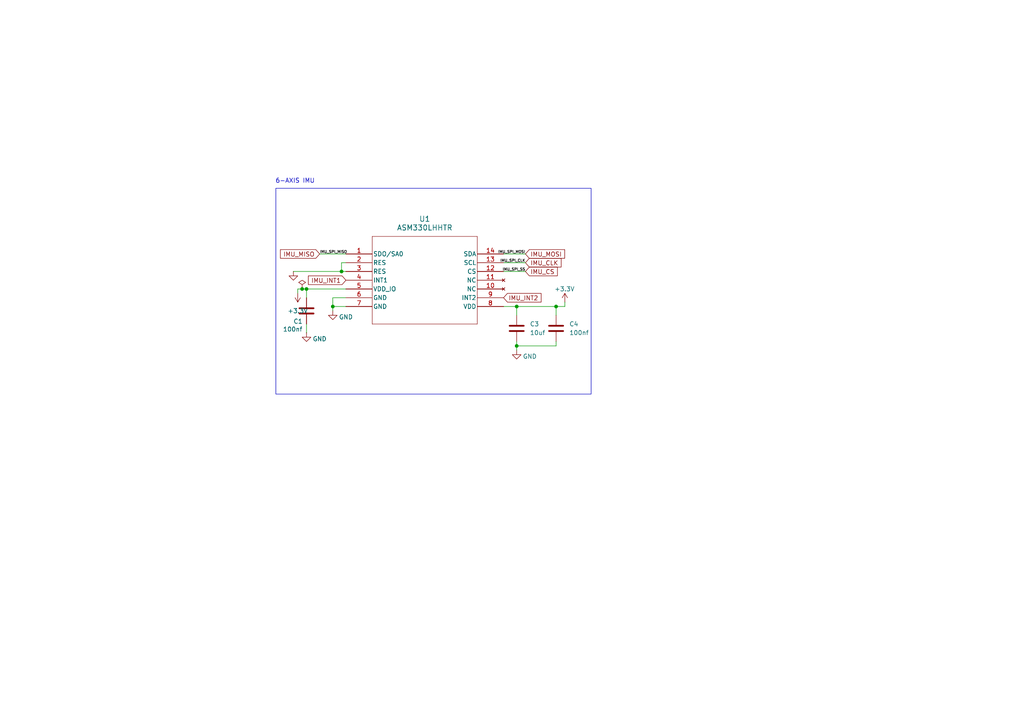
<source format=kicad_sch>
(kicad_sch
	(version 20250114)
	(generator "eeschema")
	(generator_version "9.0")
	(uuid "7d0b713a-a574-4bcf-ac7b-9fd4723a5b7c")
	(paper "A4")
	(lib_symbols
		(symbol "AIMU-SM330LHHTR:ASM330LHHTR"
			(pin_names
				(offset 0.254)
			)
			(exclude_from_sim no)
			(in_bom yes)
			(on_board yes)
			(property "Reference" "U"
				(at 22.86 10.16 0)
				(effects
					(font
						(size 1.524 1.524)
					)
				)
			)
			(property "Value" "ASM330LHHTR"
				(at 22.86 7.62 0)
				(effects
					(font
						(size 1.524 1.524)
					)
				)
			)
			(property "Footprint" "LGA-14L_2P5X3X0P83_STM"
				(at 0 0 0)
				(effects
					(font
						(size 1.27 1.27)
						(italic yes)
					)
					(hide yes)
				)
			)
			(property "Datasheet" "https://www.st.com/resource/en/datasheet/asm330lhh.pdf"
				(at 0 0 0)
				(effects
					(font
						(size 1.27 1.27)
						(italic yes)
					)
					(hide yes)
				)
			)
			(property "Description" ""
				(at 0 0 0)
				(effects
					(font
						(size 1.27 1.27)
					)
					(hide yes)
				)
			)
			(property "ki_locked" ""
				(at 0 0 0)
				(effects
					(font
						(size 1.27 1.27)
					)
				)
			)
			(property "ki_keywords" "ASM330LHHTR"
				(at 0 0 0)
				(effects
					(font
						(size 1.27 1.27)
					)
					(hide yes)
				)
			)
			(property "ki_fp_filters" "LGA-14L_2P5X3X0P83_STM LGA-14L_2P5X3X0P83_STM-M LGA-14L_2P5X3X0P83_STM-L"
				(at 0 0 0)
				(effects
					(font
						(size 1.27 1.27)
					)
					(hide yes)
				)
			)
			(symbol "ASM330LHHTR_0_1"
				(polyline
					(pts
						(xy 7.62 5.08) (xy 7.62 -20.32)
					)
					(stroke
						(width 0.127)
						(type default)
					)
					(fill
						(type none)
					)
				)
				(polyline
					(pts
						(xy 7.62 -20.32) (xy 38.1 -20.32)
					)
					(stroke
						(width 0.127)
						(type default)
					)
					(fill
						(type none)
					)
				)
				(polyline
					(pts
						(xy 38.1 5.08) (xy 7.62 5.08)
					)
					(stroke
						(width 0.127)
						(type default)
					)
					(fill
						(type none)
					)
				)
				(polyline
					(pts
						(xy 38.1 -20.32) (xy 38.1 5.08)
					)
					(stroke
						(width 0.127)
						(type default)
					)
					(fill
						(type none)
					)
				)
				(pin bidirectional line
					(at 0 0 0)
					(length 7.62)
					(name "SDO/SA0"
						(effects
							(font
								(size 1.27 1.27)
							)
						)
					)
					(number "1"
						(effects
							(font
								(size 1.27 1.27)
							)
						)
					)
				)
				(pin unspecified line
					(at 0 -2.54 0)
					(length 7.62)
					(name "RES"
						(effects
							(font
								(size 1.27 1.27)
							)
						)
					)
					(number "2"
						(effects
							(font
								(size 1.27 1.27)
							)
						)
					)
				)
				(pin unspecified line
					(at 0 -5.08 0)
					(length 7.62)
					(name "RES"
						(effects
							(font
								(size 1.27 1.27)
							)
						)
					)
					(number "3"
						(effects
							(font
								(size 1.27 1.27)
							)
						)
					)
				)
				(pin input line
					(at 0 -7.62 0)
					(length 7.62)
					(name "INT1"
						(effects
							(font
								(size 1.27 1.27)
							)
						)
					)
					(number "4"
						(effects
							(font
								(size 1.27 1.27)
							)
						)
					)
				)
				(pin power_in line
					(at 0 -10.16 0)
					(length 7.62)
					(name "VDD_IO"
						(effects
							(font
								(size 1.27 1.27)
							)
						)
					)
					(number "5"
						(effects
							(font
								(size 1.27 1.27)
							)
						)
					)
				)
				(pin power_out line
					(at 0 -12.7 0)
					(length 7.62)
					(name "GND"
						(effects
							(font
								(size 1.27 1.27)
							)
						)
					)
					(number "6"
						(effects
							(font
								(size 1.27 1.27)
							)
						)
					)
				)
				(pin power_out line
					(at 0 -15.24 0)
					(length 7.62)
					(name "GND"
						(effects
							(font
								(size 1.27 1.27)
							)
						)
					)
					(number "7"
						(effects
							(font
								(size 1.27 1.27)
							)
						)
					)
				)
				(pin input line
					(at 45.72 0 180)
					(length 7.62)
					(name "SDA"
						(effects
							(font
								(size 1.27 1.27)
							)
						)
					)
					(number "14"
						(effects
							(font
								(size 1.27 1.27)
							)
						)
					)
				)
				(pin bidirectional line
					(at 45.72 -2.54 180)
					(length 7.62)
					(name "SCL"
						(effects
							(font
								(size 1.27 1.27)
							)
						)
					)
					(number "13"
						(effects
							(font
								(size 1.27 1.27)
							)
						)
					)
				)
				(pin input line
					(at 45.72 -5.08 180)
					(length 7.62)
					(name "CS"
						(effects
							(font
								(size 1.27 1.27)
							)
						)
					)
					(number "12"
						(effects
							(font
								(size 1.27 1.27)
							)
						)
					)
				)
				(pin no_connect line
					(at 45.72 -7.62 180)
					(length 7.62)
					(name "NC"
						(effects
							(font
								(size 1.27 1.27)
							)
						)
					)
					(number "11"
						(effects
							(font
								(size 1.27 1.27)
							)
						)
					)
				)
				(pin no_connect line
					(at 45.72 -10.16 180)
					(length 7.62)
					(name "NC"
						(effects
							(font
								(size 1.27 1.27)
							)
						)
					)
					(number "10"
						(effects
							(font
								(size 1.27 1.27)
							)
						)
					)
				)
				(pin input line
					(at 45.72 -12.7 180)
					(length 7.62)
					(name "INT2"
						(effects
							(font
								(size 1.27 1.27)
							)
						)
					)
					(number "9"
						(effects
							(font
								(size 1.27 1.27)
							)
						)
					)
				)
				(pin power_in line
					(at 45.72 -15.24 180)
					(length 7.62)
					(name "VDD"
						(effects
							(font
								(size 1.27 1.27)
							)
						)
					)
					(number "8"
						(effects
							(font
								(size 1.27 1.27)
							)
						)
					)
				)
			)
			(embedded_fonts no)
		)
		(symbol "Device:C"
			(pin_numbers
				(hide yes)
			)
			(pin_names
				(offset 0.254)
			)
			(exclude_from_sim no)
			(in_bom yes)
			(on_board yes)
			(property "Reference" "C"
				(at 0.635 2.54 0)
				(effects
					(font
						(size 1.27 1.27)
					)
					(justify left)
				)
			)
			(property "Value" "C"
				(at 0.635 -2.54 0)
				(effects
					(font
						(size 1.27 1.27)
					)
					(justify left)
				)
			)
			(property "Footprint" ""
				(at 0.9652 -3.81 0)
				(effects
					(font
						(size 1.27 1.27)
					)
					(hide yes)
				)
			)
			(property "Datasheet" "~"
				(at 0 0 0)
				(effects
					(font
						(size 1.27 1.27)
					)
					(hide yes)
				)
			)
			(property "Description" "Unpolarized capacitor"
				(at 0 0 0)
				(effects
					(font
						(size 1.27 1.27)
					)
					(hide yes)
				)
			)
			(property "ki_keywords" "cap capacitor"
				(at 0 0 0)
				(effects
					(font
						(size 1.27 1.27)
					)
					(hide yes)
				)
			)
			(property "ki_fp_filters" "C_*"
				(at 0 0 0)
				(effects
					(font
						(size 1.27 1.27)
					)
					(hide yes)
				)
			)
			(symbol "C_0_1"
				(polyline
					(pts
						(xy -2.032 0.762) (xy 2.032 0.762)
					)
					(stroke
						(width 0.508)
						(type default)
					)
					(fill
						(type none)
					)
				)
				(polyline
					(pts
						(xy -2.032 -0.762) (xy 2.032 -0.762)
					)
					(stroke
						(width 0.508)
						(type default)
					)
					(fill
						(type none)
					)
				)
			)
			(symbol "C_1_1"
				(pin passive line
					(at 0 3.81 270)
					(length 2.794)
					(name "~"
						(effects
							(font
								(size 1.27 1.27)
							)
						)
					)
					(number "1"
						(effects
							(font
								(size 1.27 1.27)
							)
						)
					)
				)
				(pin passive line
					(at 0 -3.81 90)
					(length 2.794)
					(name "~"
						(effects
							(font
								(size 1.27 1.27)
							)
						)
					)
					(number "2"
						(effects
							(font
								(size 1.27 1.27)
							)
						)
					)
				)
			)
			(embedded_fonts no)
		)
		(symbol "power:+3.3V"
			(power)
			(pin_numbers
				(hide yes)
			)
			(pin_names
				(offset 0)
				(hide yes)
			)
			(exclude_from_sim no)
			(in_bom yes)
			(on_board yes)
			(property "Reference" "#PWR"
				(at 0 -3.81 0)
				(effects
					(font
						(size 1.27 1.27)
					)
					(hide yes)
				)
			)
			(property "Value" "+3.3V"
				(at 0 3.556 0)
				(effects
					(font
						(size 1.27 1.27)
					)
				)
			)
			(property "Footprint" ""
				(at 0 0 0)
				(effects
					(font
						(size 1.27 1.27)
					)
					(hide yes)
				)
			)
			(property "Datasheet" ""
				(at 0 0 0)
				(effects
					(font
						(size 1.27 1.27)
					)
					(hide yes)
				)
			)
			(property "Description" "Power symbol creates a global label with name \"+3.3V\""
				(at 0 0 0)
				(effects
					(font
						(size 1.27 1.27)
					)
					(hide yes)
				)
			)
			(property "ki_keywords" "global power"
				(at 0 0 0)
				(effects
					(font
						(size 1.27 1.27)
					)
					(hide yes)
				)
			)
			(symbol "+3.3V_0_1"
				(polyline
					(pts
						(xy -0.762 1.27) (xy 0 2.54)
					)
					(stroke
						(width 0)
						(type default)
					)
					(fill
						(type none)
					)
				)
				(polyline
					(pts
						(xy 0 2.54) (xy 0.762 1.27)
					)
					(stroke
						(width 0)
						(type default)
					)
					(fill
						(type none)
					)
				)
				(polyline
					(pts
						(xy 0 0) (xy 0 2.54)
					)
					(stroke
						(width 0)
						(type default)
					)
					(fill
						(type none)
					)
				)
			)
			(symbol "+3.3V_1_1"
				(pin power_in line
					(at 0 0 90)
					(length 0)
					(name "~"
						(effects
							(font
								(size 1.27 1.27)
							)
						)
					)
					(number "1"
						(effects
							(font
								(size 1.27 1.27)
							)
						)
					)
				)
			)
			(embedded_fonts no)
		)
		(symbol "power:GND"
			(power)
			(pin_numbers
				(hide yes)
			)
			(pin_names
				(offset 0)
				(hide yes)
			)
			(exclude_from_sim no)
			(in_bom yes)
			(on_board yes)
			(property "Reference" "#PWR"
				(at 0 -6.35 0)
				(effects
					(font
						(size 1.27 1.27)
					)
					(hide yes)
				)
			)
			(property "Value" "GND"
				(at 0 -3.81 0)
				(effects
					(font
						(size 1.27 1.27)
					)
				)
			)
			(property "Footprint" ""
				(at 0 0 0)
				(effects
					(font
						(size 1.27 1.27)
					)
					(hide yes)
				)
			)
			(property "Datasheet" ""
				(at 0 0 0)
				(effects
					(font
						(size 1.27 1.27)
					)
					(hide yes)
				)
			)
			(property "Description" "Power symbol creates a global label with name \"GND\" , ground"
				(at 0 0 0)
				(effects
					(font
						(size 1.27 1.27)
					)
					(hide yes)
				)
			)
			(property "ki_keywords" "global power"
				(at 0 0 0)
				(effects
					(font
						(size 1.27 1.27)
					)
					(hide yes)
				)
			)
			(symbol "GND_0_1"
				(polyline
					(pts
						(xy 0 0) (xy 0 -1.27) (xy 1.27 -1.27) (xy 0 -2.54) (xy -1.27 -1.27) (xy 0 -1.27)
					)
					(stroke
						(width 0)
						(type default)
					)
					(fill
						(type none)
					)
				)
			)
			(symbol "GND_1_1"
				(pin power_in line
					(at 0 0 270)
					(length 0)
					(name "~"
						(effects
							(font
								(size 1.27 1.27)
							)
						)
					)
					(number "1"
						(effects
							(font
								(size 1.27 1.27)
							)
						)
					)
				)
			)
			(embedded_fonts no)
		)
		(symbol "power:PWR_FLAG"
			(power)
			(pin_numbers
				(hide yes)
			)
			(pin_names
				(offset 0)
				(hide yes)
			)
			(exclude_from_sim no)
			(in_bom yes)
			(on_board yes)
			(property "Reference" "#FLG"
				(at 0 1.905 0)
				(effects
					(font
						(size 1.27 1.27)
					)
					(hide yes)
				)
			)
			(property "Value" "PWR_FLAG"
				(at 0 3.81 0)
				(effects
					(font
						(size 1.27 1.27)
					)
				)
			)
			(property "Footprint" ""
				(at 0 0 0)
				(effects
					(font
						(size 1.27 1.27)
					)
					(hide yes)
				)
			)
			(property "Datasheet" "~"
				(at 0 0 0)
				(effects
					(font
						(size 1.27 1.27)
					)
					(hide yes)
				)
			)
			(property "Description" "Special symbol for telling ERC where power comes from"
				(at 0 0 0)
				(effects
					(font
						(size 1.27 1.27)
					)
					(hide yes)
				)
			)
			(property "ki_keywords" "flag power"
				(at 0 0 0)
				(effects
					(font
						(size 1.27 1.27)
					)
					(hide yes)
				)
			)
			(symbol "PWR_FLAG_0_0"
				(pin power_out line
					(at 0 0 90)
					(length 0)
					(name "~"
						(effects
							(font
								(size 1.27 1.27)
							)
						)
					)
					(number "1"
						(effects
							(font
								(size 1.27 1.27)
							)
						)
					)
				)
			)
			(symbol "PWR_FLAG_0_1"
				(polyline
					(pts
						(xy 0 0) (xy 0 1.27) (xy -1.016 1.905) (xy 0 2.54) (xy 1.016 1.905) (xy 0 1.27)
					)
					(stroke
						(width 0)
						(type default)
					)
					(fill
						(type none)
					)
				)
			)
			(embedded_fonts no)
		)
	)
	(rectangle
		(start 80.01 54.61)
		(end 171.45 114.3)
		(stroke
			(width 0)
			(type default)
		)
		(fill
			(type none)
		)
		(uuid c26938f5-3c2b-4c25-9dc3-4f38ca16f15b)
	)
	(text "6-AXIS IMU"
		(exclude_from_sim no)
		(at 85.598 52.578 0)
		(effects
			(font
				(size 1.27 1.27)
			)
		)
		(uuid "8c84e823-28bf-4245-8beb-2898bea96b9c")
	)
	(junction
		(at 161.29 88.9)
		(diameter 0)
		(color 0 0 0 0)
		(uuid "338a9396-95e5-4580-bbfa-eeedb1afbb2c")
	)
	(junction
		(at 149.86 100.33)
		(diameter 0)
		(color 0 0 0 0)
		(uuid "46444c57-7de2-4643-86e1-0ca569a2436a")
	)
	(junction
		(at 96.52 88.9)
		(diameter 0)
		(color 0 0 0 0)
		(uuid "4aa25db9-4f4a-4ab7-8d13-8b2376362ffc")
	)
	(junction
		(at 88.9 83.82)
		(diameter 0)
		(color 0 0 0 0)
		(uuid "4bd387d4-f0e3-4c11-b28e-5239f315716b")
	)
	(junction
		(at 87.63 83.82)
		(diameter 0)
		(color 0 0 0 0)
		(uuid "6553a96f-4709-4ee6-928e-a62992f2ef44")
	)
	(junction
		(at 149.86 88.9)
		(diameter 0)
		(color 0 0 0 0)
		(uuid "b25d0aa7-202e-43f0-b208-009a1340e667")
	)
	(junction
		(at 99.06 78.74)
		(diameter 0)
		(color 0 0 0 0)
		(uuid "f08ef9fd-6fcd-4871-b5ad-55d571863d5f")
	)
	(wire
		(pts
			(xy 163.83 88.9) (xy 163.83 87.63)
		)
		(stroke
			(width 0)
			(type default)
		)
		(uuid "1e2eaa8c-d870-4b68-892b-ef271d7e6a6c")
	)
	(wire
		(pts
			(xy 92.71 73.66) (xy 100.33 73.66)
		)
		(stroke
			(width 0)
			(type default)
		)
		(uuid "26cb6b64-940f-49f7-8e87-8d6f03a7b062")
	)
	(wire
		(pts
			(xy 146.05 88.9) (xy 149.86 88.9)
		)
		(stroke
			(width 0)
			(type default)
		)
		(uuid "27ee451e-0b53-4807-91a1-444dc26c183c")
	)
	(wire
		(pts
			(xy 86.36 85.09) (xy 86.36 83.82)
		)
		(stroke
			(width 0)
			(type default)
		)
		(uuid "282df61d-13ec-4acb-998a-c00762a9fe8e")
	)
	(wire
		(pts
			(xy 161.29 100.33) (xy 149.86 100.33)
		)
		(stroke
			(width 0)
			(type default)
		)
		(uuid "2b1ed463-dbc6-40b3-b4d9-917f169d2372")
	)
	(wire
		(pts
			(xy 88.9 83.82) (xy 87.63 83.82)
		)
		(stroke
			(width 0)
			(type default)
		)
		(uuid "345bfbf7-7771-4583-9736-f7e0f928bec4")
	)
	(wire
		(pts
			(xy 149.86 100.33) (xy 149.86 101.6)
		)
		(stroke
			(width 0)
			(type default)
		)
		(uuid "35059aa5-5d0e-4d0e-97a5-f53ebfbe9f6f")
	)
	(wire
		(pts
			(xy 149.86 99.06) (xy 149.86 100.33)
		)
		(stroke
			(width 0)
			(type default)
		)
		(uuid "42e47e4e-0aec-400d-aed9-57517c0961b6")
	)
	(wire
		(pts
			(xy 149.86 88.9) (xy 161.29 88.9)
		)
		(stroke
			(width 0)
			(type default)
		)
		(uuid "48ab65e1-f986-48eb-8010-99a09678d949")
	)
	(wire
		(pts
			(xy 100.33 86.36) (xy 96.52 86.36)
		)
		(stroke
			(width 0)
			(type default)
		)
		(uuid "48bd0d4d-bdda-4f10-9ef7-2a43d4821914")
	)
	(wire
		(pts
			(xy 99.06 76.2) (xy 99.06 78.74)
		)
		(stroke
			(width 0)
			(type default)
		)
		(uuid "534a9429-ed25-4492-bfa0-b9cd5cc21433")
	)
	(wire
		(pts
			(xy 87.63 83.82) (xy 86.36 83.82)
		)
		(stroke
			(width 0)
			(type default)
		)
		(uuid "54f8f09b-2bca-484c-a00b-40b76b9c136c")
	)
	(wire
		(pts
			(xy 85.09 78.74) (xy 99.06 78.74)
		)
		(stroke
			(width 0)
			(type default)
		)
		(uuid "65fd1563-6440-42cf-94ea-30521b9e85e1")
	)
	(wire
		(pts
			(xy 152.4 78.74) (xy 146.05 78.74)
		)
		(stroke
			(width 0)
			(type default)
		)
		(uuid "715616ad-996b-4b12-b866-4ba1f674faea")
	)
	(wire
		(pts
			(xy 88.9 93.98) (xy 88.9 96.52)
		)
		(stroke
			(width 0)
			(type default)
		)
		(uuid "90efdfaa-2971-4b40-a40f-7b185a02859b")
	)
	(wire
		(pts
			(xy 88.9 83.82) (xy 88.9 86.36)
		)
		(stroke
			(width 0)
			(type default)
		)
		(uuid "93dd267d-4f4d-4266-b32b-ac5296a57a08")
	)
	(wire
		(pts
			(xy 100.33 76.2) (xy 99.06 76.2)
		)
		(stroke
			(width 0)
			(type default)
		)
		(uuid "9c6d34b9-3bdd-42e5-b498-86bb3f2af968")
	)
	(wire
		(pts
			(xy 146.05 73.66) (xy 152.4 73.66)
		)
		(stroke
			(width 0)
			(type default)
		)
		(uuid "ab9db34d-380a-4ac1-907c-7efdbf18e629")
	)
	(wire
		(pts
			(xy 96.52 86.36) (xy 96.52 88.9)
		)
		(stroke
			(width 0)
			(type default)
		)
		(uuid "ac1e305a-1556-4dfd-ba4b-4c5d9d7541f2")
	)
	(wire
		(pts
			(xy 146.05 76.2) (xy 152.4 76.2)
		)
		(stroke
			(width 0)
			(type default)
		)
		(uuid "b6565471-b3f6-45a5-99e4-7bada271f763")
	)
	(wire
		(pts
			(xy 96.52 88.9) (xy 96.52 90.17)
		)
		(stroke
			(width 0)
			(type default)
		)
		(uuid "b6e93a99-84ec-4f9f-b332-8ed0ebd62b99")
	)
	(wire
		(pts
			(xy 149.86 88.9) (xy 149.86 91.44)
		)
		(stroke
			(width 0)
			(type default)
		)
		(uuid "bfc10dbe-d5e6-4105-ac67-03db00e54d4b")
	)
	(wire
		(pts
			(xy 96.52 88.9) (xy 100.33 88.9)
		)
		(stroke
			(width 0)
			(type default)
		)
		(uuid "c38979c5-11cb-453c-b441-37f2ade02b44")
	)
	(wire
		(pts
			(xy 100.33 83.82) (xy 88.9 83.82)
		)
		(stroke
			(width 0)
			(type default)
		)
		(uuid "c5fc8f7e-1baa-471c-a354-6c81e3bc03c6")
	)
	(wire
		(pts
			(xy 161.29 88.9) (xy 163.83 88.9)
		)
		(stroke
			(width 0)
			(type default)
		)
		(uuid "c7ab0cd5-3e39-4ef3-b5ea-3c6f83bf0aea")
	)
	(wire
		(pts
			(xy 161.29 99.06) (xy 161.29 100.33)
		)
		(stroke
			(width 0)
			(type default)
		)
		(uuid "e7fec16f-43dd-4c7d-b47a-e4e1732aabcc")
	)
	(wire
		(pts
			(xy 161.29 91.44) (xy 161.29 88.9)
		)
		(stroke
			(width 0)
			(type default)
		)
		(uuid "eca9190a-f845-4679-8920-e603e91977b4")
	)
	(wire
		(pts
			(xy 99.06 78.74) (xy 100.33 78.74)
		)
		(stroke
			(width 0)
			(type default)
		)
		(uuid "f3ac19d8-e527-45eb-99cc-0716e1536422")
	)
	(label "IMU_SPI_CLK"
		(at 152.4 76.2 180)
		(effects
			(font
				(size 0.762 0.762)
			)
			(justify right bottom)
		)
		(uuid "1cc5bb94-14fe-4e54-ba15-fa85e9ec5066")
	)
	(label "IMU_SPI_SS"
		(at 152.4 78.74 180)
		(effects
			(font
				(size 0.762 0.762)
			)
			(justify right bottom)
		)
		(uuid "4391e9c8-470f-4b17-9229-167f33bf806e")
	)
	(label "IMU_SPI_MISO"
		(at 92.71 73.66 0)
		(effects
			(font
				(size 0.762 0.762)
			)
			(justify left bottom)
		)
		(uuid "8afdd59b-d1dc-40ef-9156-3687351e7c6e")
	)
	(label "IMU_SPI_MOSI"
		(at 152.4 73.66 180)
		(effects
			(font
				(size 0.762 0.762)
			)
			(justify right bottom)
		)
		(uuid "af524c46-8932-49db-af77-fe39f5369233")
	)
	(global_label "IMU_INT1"
		(shape input)
		(at 100.33 81.28 180)
		(effects
			(font
				(size 1.27 1.27)
			)
			(justify right)
		)
		(uuid "1e5362d4-a284-4110-9d9a-373d1a5afda3")
		(property "Intersheetrefs" "${INTERSHEET_REFS}"
			(at 100.33 81.28 0)
			(effects
				(font
					(size 1.27 1.27)
				)
				(hide yes)
			)
		)
	)
	(global_label "IMU_MISO"
		(shape input)
		(at 92.71 73.66 180)
		(fields_autoplaced yes)
		(effects
			(font
				(size 1.27 1.27)
			)
			(justify right)
		)
		(uuid "1e946652-3991-415f-aed8-46dc0fb842ee")
		(property "Intersheetrefs" "${INTERSHEET_REFS}"
			(at 80.7743 73.66 0)
			(effects
				(font
					(size 1.27 1.27)
				)
				(justify right)
				(hide yes)
			)
		)
	)
	(global_label "IMU_CLK"
		(shape input)
		(at 152.4 76.2 0)
		(fields_autoplaced yes)
		(effects
			(font
				(size 1.27 1.27)
			)
			(justify left)
		)
		(uuid "44926aca-bc88-4e3c-abf5-11e2eb126c8e")
		(property "Intersheetrefs" "${INTERSHEET_REFS}"
			(at 163.3076 76.2 0)
			(effects
				(font
					(size 1.27 1.27)
				)
				(justify left)
				(hide yes)
			)
		)
	)
	(global_label "IMU_CS"
		(shape input)
		(at 152.4 78.74 0)
		(fields_autoplaced yes)
		(effects
			(font
				(size 1.27 1.27)
			)
			(justify left)
		)
		(uuid "44da62a3-7403-4846-8eb0-7907e5dbcfed")
		(property "Intersheetrefs" "${INTERSHEET_REFS}"
			(at 162.219 78.74 0)
			(effects
				(font
					(size 1.27 1.27)
				)
				(justify left)
				(hide yes)
			)
		)
	)
	(global_label "IMU_MOSI"
		(shape input)
		(at 152.4 73.66 0)
		(fields_autoplaced yes)
		(effects
			(font
				(size 1.27 1.27)
			)
			(justify left)
		)
		(uuid "4a2fa890-fc0f-4e74-9b79-90d4268cfa6d")
		(property "Intersheetrefs" "${INTERSHEET_REFS}"
			(at 164.3357 73.66 0)
			(effects
				(font
					(size 1.27 1.27)
				)
				(justify left)
				(hide yes)
			)
		)
	)
	(global_label "IMU_INT2"
		(shape input)
		(at 146.05 86.36 0)
		(effects
			(font
				(size 1.27 1.27)
			)
			(justify left)
		)
		(uuid "d32c5ac6-4a3e-4321-be8b-016c2d774597")
		(property "Intersheetrefs" "${INTERSHEET_REFS}"
			(at 146.05 86.36 0)
			(effects
				(font
					(size 1.27 1.27)
				)
				(hide yes)
			)
		)
	)
	(symbol
		(lib_id "Device:C")
		(at 161.29 95.25 0)
		(unit 1)
		(exclude_from_sim no)
		(in_bom yes)
		(on_board yes)
		(dnp no)
		(fields_autoplaced yes)
		(uuid "286c3598-f08f-4d75-8eef-19ef4051c522")
		(property "Reference" "C4"
			(at 165.1 93.9799 0)
			(effects
				(font
					(size 1.27 1.27)
				)
				(justify left)
			)
		)
		(property "Value" "100nf"
			(at 165.1 96.5199 0)
			(effects
				(font
					(size 1.27 1.27)
				)
				(justify left)
			)
		)
		(property "Footprint" "Capacitor_SMD:C_0603_1608Metric_Pad1.08x0.95mm_HandSolder"
			(at 162.2552 99.06 0)
			(effects
				(font
					(size 1.27 1.27)
				)
				(hide yes)
			)
		)
		(property "Datasheet" "~"
			(at 161.29 95.25 0)
			(effects
				(font
					(size 1.27 1.27)
				)
				(hide yes)
			)
		)
		(property "Description" "Unpolarized capacitor 100nf"
			(at 161.29 95.25 0)
			(effects
				(font
					(size 1.27 1.27)
				)
				(hide yes)
			)
		)
		(property "Sim.Device" ""
			(at 161.29 95.25 0)
			(effects
				(font
					(size 1.27 1.27)
				)
				(hide yes)
			)
		)
		(property "Sim.Library" ""
			(at 161.29 95.25 0)
			(effects
				(font
					(size 1.27 1.27)
				)
				(hide yes)
			)
		)
		(property "Sim.Name" ""
			(at 161.29 95.25 0)
			(effects
				(font
					(size 1.27 1.27)
				)
				(hide yes)
			)
		)
		(property "P/N" "MLASH168SB7104KTNA01"
			(at 161.29 95.25 0)
			(effects
				(font
					(size 1.27 1.27)
				)
				(hide yes)
			)
		)
		(pin "1"
			(uuid "aa2723f0-9f17-4087-8530-d1f1ab391a05")
		)
		(pin "2"
			(uuid "0039deda-3c43-4193-a8de-8223eaaf6577")
		)
		(instances
			(project "TSOMProject"
				(path "/f13eb969-5de0-437e-a1b7-e0204111e0b2/ef6d8fcc-1a96-4a17-99c8-973fa999e378"
					(reference "C4")
					(unit 1)
				)
			)
		)
	)
	(symbol
		(lib_id "power:+3.3V")
		(at 163.83 87.63 0)
		(unit 1)
		(exclude_from_sim no)
		(in_bom yes)
		(on_board yes)
		(dnp no)
		(uuid "2f016abe-3633-4843-97f7-dffe38229a38")
		(property "Reference" "#PWR012"
			(at 163.83 91.44 0)
			(effects
				(font
					(size 1.27 1.27)
				)
				(hide yes)
			)
		)
		(property "Value" "+3.3V"
			(at 160.782 83.82 0)
			(effects
				(font
					(size 1.27 1.27)
				)
				(justify left)
			)
		)
		(property "Footprint" ""
			(at 163.83 87.63 0)
			(effects
				(font
					(size 1.27 1.27)
				)
				(hide yes)
			)
		)
		(property "Datasheet" ""
			(at 163.83 87.63 0)
			(effects
				(font
					(size 1.27 1.27)
				)
				(hide yes)
			)
		)
		(property "Description" "Power symbol creates a global label with name \"+3.3V\""
			(at 163.83 87.63 0)
			(effects
				(font
					(size 1.27 1.27)
				)
				(hide yes)
			)
		)
		(pin "1"
			(uuid "18e8e50e-c188-4bf3-8e9e-110b0fd02707")
		)
		(instances
			(project "TSOMProject"
				(path "/f13eb969-5de0-437e-a1b7-e0204111e0b2/ef6d8fcc-1a96-4a17-99c8-973fa999e378"
					(reference "#PWR012")
					(unit 1)
				)
			)
		)
	)
	(symbol
		(lib_id "power:PWR_FLAG")
		(at 87.63 83.82 0)
		(unit 1)
		(exclude_from_sim no)
		(in_bom yes)
		(on_board yes)
		(dnp no)
		(fields_autoplaced yes)
		(uuid "32eab93c-c33d-46bc-80e0-bf20fa0c7cad")
		(property "Reference" "#FLG03"
			(at 87.63 81.915 0)
			(effects
				(font
					(size 1.27 1.27)
				)
				(hide yes)
			)
		)
		(property "Value" "PWR_FLAG"
			(at 87.63 78.74 0)
			(effects
				(font
					(size 1.27 1.27)
				)
				(hide yes)
			)
		)
		(property "Footprint" ""
			(at 87.63 83.82 0)
			(effects
				(font
					(size 1.27 1.27)
				)
				(hide yes)
			)
		)
		(property "Datasheet" "~"
			(at 87.63 83.82 0)
			(effects
				(font
					(size 1.27 1.27)
				)
				(hide yes)
			)
		)
		(property "Description" "Special symbol for telling ERC where power comes from"
			(at 87.63 83.82 0)
			(effects
				(font
					(size 1.27 1.27)
				)
				(hide yes)
			)
		)
		(pin "1"
			(uuid "8ae398fc-935c-426f-8e72-468baa0dc760")
		)
		(instances
			(project ""
				(path "/f13eb969-5de0-437e-a1b7-e0204111e0b2/ef6d8fcc-1a96-4a17-99c8-973fa999e378"
					(reference "#FLG03")
					(unit 1)
				)
			)
		)
	)
	(symbol
		(lib_id "power:GND")
		(at 96.52 90.17 0)
		(unit 1)
		(exclude_from_sim no)
		(in_bom yes)
		(on_board yes)
		(dnp no)
		(uuid "4e166be1-519f-4ff0-8ad8-8d4529c491db")
		(property "Reference" "#PWR03"
			(at 96.52 96.52 0)
			(effects
				(font
					(size 1.27 1.27)
				)
				(hide yes)
			)
		)
		(property "Value" "GND"
			(at 100.33 91.948 0)
			(effects
				(font
					(size 1.27 1.27)
				)
			)
		)
		(property "Footprint" ""
			(at 96.52 90.17 0)
			(effects
				(font
					(size 1.27 1.27)
				)
				(hide yes)
			)
		)
		(property "Datasheet" ""
			(at 96.52 90.17 0)
			(effects
				(font
					(size 1.27 1.27)
				)
				(hide yes)
			)
		)
		(property "Description" "Power symbol creates a global label with name \"GND\" , ground"
			(at 96.52 90.17 0)
			(effects
				(font
					(size 1.27 1.27)
				)
				(hide yes)
			)
		)
		(pin "1"
			(uuid "789e22fc-97bc-4fce-aa19-bdf0aedcb277")
		)
		(instances
			(project "TSOMProject"
				(path "/f13eb969-5de0-437e-a1b7-e0204111e0b2/ef6d8fcc-1a96-4a17-99c8-973fa999e378"
					(reference "#PWR03")
					(unit 1)
				)
			)
		)
	)
	(symbol
		(lib_id "power:GND")
		(at 88.9 96.52 0)
		(unit 1)
		(exclude_from_sim no)
		(in_bom yes)
		(on_board yes)
		(dnp no)
		(uuid "59241afd-edc6-4ea8-bb2a-cb0ac1baef25")
		(property "Reference" "#PWR02"
			(at 88.9 102.87 0)
			(effects
				(font
					(size 1.27 1.27)
				)
				(hide yes)
			)
		)
		(property "Value" "GND"
			(at 92.71 98.298 0)
			(effects
				(font
					(size 1.27 1.27)
				)
			)
		)
		(property "Footprint" ""
			(at 88.9 96.52 0)
			(effects
				(font
					(size 1.27 1.27)
				)
				(hide yes)
			)
		)
		(property "Datasheet" ""
			(at 88.9 96.52 0)
			(effects
				(font
					(size 1.27 1.27)
				)
				(hide yes)
			)
		)
		(property "Description" "Power symbol creates a global label with name \"GND\" , ground"
			(at 88.9 96.52 0)
			(effects
				(font
					(size 1.27 1.27)
				)
				(hide yes)
			)
		)
		(pin "1"
			(uuid "e5353dc9-0a0c-431c-8e6f-1f5bd7728668")
		)
		(instances
			(project "TSOMProject"
				(path "/f13eb969-5de0-437e-a1b7-e0204111e0b2/ef6d8fcc-1a96-4a17-99c8-973fa999e378"
					(reference "#PWR02")
					(unit 1)
				)
			)
		)
	)
	(symbol
		(lib_id "power:GND")
		(at 149.86 101.6 0)
		(unit 1)
		(exclude_from_sim no)
		(in_bom yes)
		(on_board yes)
		(dnp no)
		(uuid "95da9734-5b60-4cec-9846-26673c3ca6b1")
		(property "Reference" "#PWR09"
			(at 149.86 107.95 0)
			(effects
				(font
					(size 1.27 1.27)
				)
				(hide yes)
			)
		)
		(property "Value" "GND"
			(at 153.67 103.378 0)
			(effects
				(font
					(size 1.27 1.27)
				)
			)
		)
		(property "Footprint" ""
			(at 149.86 101.6 0)
			(effects
				(font
					(size 1.27 1.27)
				)
				(hide yes)
			)
		)
		(property "Datasheet" ""
			(at 149.86 101.6 0)
			(effects
				(font
					(size 1.27 1.27)
				)
				(hide yes)
			)
		)
		(property "Description" "Power symbol creates a global label with name \"GND\" , ground"
			(at 149.86 101.6 0)
			(effects
				(font
					(size 1.27 1.27)
				)
				(hide yes)
			)
		)
		(pin "1"
			(uuid "0097d807-26cc-487c-b905-c5a5cef8d723")
		)
		(instances
			(project "TSOMProject"
				(path "/f13eb969-5de0-437e-a1b7-e0204111e0b2/ef6d8fcc-1a96-4a17-99c8-973fa999e378"
					(reference "#PWR09")
					(unit 1)
				)
			)
		)
	)
	(symbol
		(lib_id "AIMU-SM330LHHTR:ASM330LHHTR")
		(at 100.33 73.66 0)
		(unit 1)
		(exclude_from_sim no)
		(in_bom yes)
		(on_board yes)
		(dnp no)
		(fields_autoplaced yes)
		(uuid "ad384494-521e-4205-b1df-5b99d94f8128")
		(property "Reference" "U1"
			(at 123.19 63.5 0)
			(effects
				(font
					(size 1.524 1.524)
				)
			)
		)
		(property "Value" "ASM330LHHTR"
			(at 123.19 66.04 0)
			(effects
				(font
					(size 1.524 1.524)
				)
			)
		)
		(property "Footprint" "KiCad:LSM6DS3USTR"
			(at 100.33 73.66 0)
			(effects
				(font
					(size 1.27 1.27)
					(italic yes)
				)
				(hide yes)
			)
		)
		(property "Datasheet" "https://www.st.com/resource/en/datasheet/asm330lhh.pdf"
			(at 100.33 73.66 0)
			(effects
				(font
					(size 1.27 1.27)
					(italic yes)
				)
				(hide yes)
			)
		)
		(property "Description" "IMU Sensor"
			(at 100.33 73.66 0)
			(effects
				(font
					(size 1.27 1.27)
				)
				(hide yes)
			)
		)
		(property "Sim.Device" ""
			(at 100.33 73.66 0)
			(effects
				(font
					(size 1.27 1.27)
				)
				(hide yes)
			)
		)
		(property "Sim.Library" ""
			(at 100.33 73.66 0)
			(effects
				(font
					(size 1.27 1.27)
				)
				(hide yes)
			)
		)
		(property "Sim.Name" ""
			(at 100.33 73.66 0)
			(effects
				(font
					(size 1.27 1.27)
				)
				(hide yes)
			)
		)
		(property "P/N" "ASM330LHHTR"
			(at 100.33 73.66 0)
			(effects
				(font
					(size 1.27 1.27)
				)
				(hide yes)
			)
		)
		(pin "1"
			(uuid "4a61301e-6005-421c-95ed-4f74ea35f004")
		)
		(pin "12"
			(uuid "5aef4361-ac9b-423e-b135-59f664d8fe14")
		)
		(pin "11"
			(uuid "82dddc23-fb7f-45c3-9a36-7ecd250abb5d")
		)
		(pin "7"
			(uuid "293d8e67-1b42-466e-9d0f-7822bbe06344")
		)
		(pin "10"
			(uuid "b1957f3b-b35f-4032-b8aa-4cab8484dc7f")
		)
		(pin "14"
			(uuid "c83d02cd-4e48-4f51-b5f1-7325805add95")
		)
		(pin "8"
			(uuid "4a2f1e24-d415-4fa8-bfa0-42717119f974")
		)
		(pin "2"
			(uuid "f8e4eb4d-783d-48d7-b3e9-eaf26684a779")
		)
		(pin "5"
			(uuid "22e56bc7-7bd9-460e-8361-b75e06ebdc79")
		)
		(pin "3"
			(uuid "6bb930e2-7f86-4171-9ab4-abba63ed4029")
		)
		(pin "4"
			(uuid "d6cd003a-8db1-4b02-9b97-1634655118b3")
		)
		(pin "6"
			(uuid "237ef516-1cfa-4550-9800-133453a50a80")
		)
		(pin "13"
			(uuid "01a28ac0-9279-445a-924f-dc68368fb6bc")
		)
		(pin "9"
			(uuid "cbbe3648-fcc4-4816-af6d-623ddf9ef2af")
		)
		(instances
			(project "TSOMProject"
				(path "/f13eb969-5de0-437e-a1b7-e0204111e0b2/ef6d8fcc-1a96-4a17-99c8-973fa999e378"
					(reference "U1")
					(unit 1)
				)
			)
		)
	)
	(symbol
		(lib_id "Device:C")
		(at 149.86 95.25 0)
		(unit 1)
		(exclude_from_sim no)
		(in_bom yes)
		(on_board yes)
		(dnp no)
		(fields_autoplaced yes)
		(uuid "be298973-9e93-4ad5-97ae-c0a91986deb7")
		(property "Reference" "C3"
			(at 153.67 93.9799 0)
			(effects
				(font
					(size 1.27 1.27)
				)
				(justify left)
			)
		)
		(property "Value" "10uf"
			(at 153.67 96.5199 0)
			(effects
				(font
					(size 1.27 1.27)
				)
				(justify left)
			)
		)
		(property "Footprint" "Capacitor_SMD:C_0603_1608Metric_Pad1.08x0.95mm_HandSolder"
			(at 150.8252 99.06 0)
			(effects
				(font
					(size 1.27 1.27)
				)
				(hide yes)
			)
		)
		(property "Datasheet" "~"
			(at 149.86 95.25 0)
			(effects
				(font
					(size 1.27 1.27)
				)
				(hide yes)
			)
		)
		(property "Description" "Unpolarized capacitor 10uf"
			(at 149.86 95.25 0)
			(effects
				(font
					(size 1.27 1.27)
				)
				(hide yes)
			)
		)
		(property "P/N" "GRM21BR61H106KE43K"
			(at 149.86 95.25 0)
			(effects
				(font
					(size 1.27 1.27)
				)
				(hide yes)
			)
		)
		(property "Sim.Device" ""
			(at 149.86 95.25 0)
			(effects
				(font
					(size 1.27 1.27)
				)
				(hide yes)
			)
		)
		(property "Sim.Library" ""
			(at 149.86 95.25 0)
			(effects
				(font
					(size 1.27 1.27)
				)
				(hide yes)
			)
		)
		(property "Sim.Name" ""
			(at 149.86 95.25 0)
			(effects
				(font
					(size 1.27 1.27)
				)
				(hide yes)
			)
		)
		(pin "1"
			(uuid "5faecd49-b19b-4573-bf15-c3e7adc0d192")
		)
		(pin "2"
			(uuid "c322291d-3795-4d43-ba3a-56ccdca96f8c")
		)
		(instances
			(project "TSOMProject"
				(path "/f13eb969-5de0-437e-a1b7-e0204111e0b2/ef6d8fcc-1a96-4a17-99c8-973fa999e378"
					(reference "C3")
					(unit 1)
				)
			)
		)
	)
	(symbol
		(lib_id "Device:C")
		(at 88.9 90.17 0)
		(unit 1)
		(exclude_from_sim no)
		(in_bom yes)
		(on_board yes)
		(dnp no)
		(uuid "c39c089b-94c7-4acc-bbc1-3bc72ae2367c")
		(property "Reference" "C1"
			(at 85.09 93.218 0)
			(effects
				(font
					(size 1.27 1.27)
				)
				(justify left)
			)
		)
		(property "Value" "100nf"
			(at 82.042 95.504 0)
			(effects
				(font
					(size 1.27 1.27)
				)
				(justify left)
			)
		)
		(property "Footprint" "Capacitor_SMD:C_0603_1608Metric_Pad1.08x0.95mm_HandSolder"
			(at 89.8652 93.98 0)
			(effects
				(font
					(size 1.27 1.27)
				)
				(hide yes)
			)
		)
		(property "Datasheet" "~"
			(at 88.9 90.17 0)
			(effects
				(font
					(size 1.27 1.27)
				)
				(hide yes)
			)
		)
		(property "Description" "Unpolarized capacitor 100nf"
			(at 88.9 90.17 0)
			(effects
				(font
					(size 1.27 1.27)
				)
				(hide yes)
			)
		)
		(property "Sim.Device" ""
			(at 88.9 90.17 0)
			(effects
				(font
					(size 1.27 1.27)
				)
				(hide yes)
			)
		)
		(property "Sim.Library" ""
			(at 88.9 90.17 0)
			(effects
				(font
					(size 1.27 1.27)
				)
				(hide yes)
			)
		)
		(property "Sim.Name" ""
			(at 88.9 90.17 0)
			(effects
				(font
					(size 1.27 1.27)
				)
				(hide yes)
			)
		)
		(property "P/N" "MLASH168SB7104KTNA01"
			(at 88.9 90.17 0)
			(effects
				(font
					(size 1.27 1.27)
				)
				(hide yes)
			)
		)
		(pin "1"
			(uuid "12cc5743-bf70-4a26-8934-05698845c8a3")
		)
		(pin "2"
			(uuid "779a7b42-a10d-4378-8df8-79fbc356f5b1")
		)
		(instances
			(project "TSOMProject"
				(path "/f13eb969-5de0-437e-a1b7-e0204111e0b2/ef6d8fcc-1a96-4a17-99c8-973fa999e378"
					(reference "C1")
					(unit 1)
				)
			)
		)
	)
	(symbol
		(lib_id "power:+3.3V")
		(at 86.36 85.09 180)
		(unit 1)
		(exclude_from_sim no)
		(in_bom yes)
		(on_board yes)
		(dnp no)
		(fields_autoplaced yes)
		(uuid "cb7bd12b-d4d2-462f-bf54-90dd44b91d45")
		(property "Reference" "#PWR01"
			(at 86.36 81.28 0)
			(effects
				(font
					(size 1.27 1.27)
				)
				(hide yes)
			)
		)
		(property "Value" "+3.3V"
			(at 86.36 90.17 0)
			(effects
				(font
					(size 1.27 1.27)
				)
			)
		)
		(property "Footprint" ""
			(at 86.36 85.09 0)
			(effects
				(font
					(size 1.27 1.27)
				)
				(hide yes)
			)
		)
		(property "Datasheet" ""
			(at 86.36 85.09 0)
			(effects
				(font
					(size 1.27 1.27)
				)
				(hide yes)
			)
		)
		(property "Description" "Power symbol creates a global label with name \"+3.3V\""
			(at 86.36 85.09 0)
			(effects
				(font
					(size 1.27 1.27)
				)
				(hide yes)
			)
		)
		(pin "1"
			(uuid "5ee734b0-8970-4dff-b51c-94d01a3f2f0f")
		)
		(instances
			(project "TSOMProject"
				(path "/f13eb969-5de0-437e-a1b7-e0204111e0b2/ef6d8fcc-1a96-4a17-99c8-973fa999e378"
					(reference "#PWR01")
					(unit 1)
				)
			)
		)
	)
	(symbol
		(lib_id "power:GND")
		(at 85.09 78.74 0)
		(unit 1)
		(exclude_from_sim no)
		(in_bom yes)
		(on_board yes)
		(dnp no)
		(uuid "da7620d8-1823-4bf2-a50c-a4df5ec682d6")
		(property "Reference" "#PWR04"
			(at 85.09 85.09 0)
			(effects
				(font
					(size 1.27 1.27)
				)
				(hide yes)
			)
		)
		(property "Value" "GND"
			(at 81.28 79.248 0)
			(effects
				(font
					(size 1.27 1.27)
				)
				(hide yes)
			)
		)
		(property "Footprint" ""
			(at 85.09 78.74 0)
			(effects
				(font
					(size 1.27 1.27)
				)
				(hide yes)
			)
		)
		(property "Datasheet" ""
			(at 85.09 78.74 0)
			(effects
				(font
					(size 1.27 1.27)
				)
				(hide yes)
			)
		)
		(property "Description" "Power symbol creates a global label with name \"GND\" , ground"
			(at 85.09 78.74 0)
			(effects
				(font
					(size 1.27 1.27)
				)
				(hide yes)
			)
		)
		(pin "1"
			(uuid "413ed89b-969b-469e-b1b7-05331b21adec")
		)
		(instances
			(project "TSOMProject"
				(path "/f13eb969-5de0-437e-a1b7-e0204111e0b2/ef6d8fcc-1a96-4a17-99c8-973fa999e378"
					(reference "#PWR04")
					(unit 1)
				)
			)
		)
	)
)

</source>
